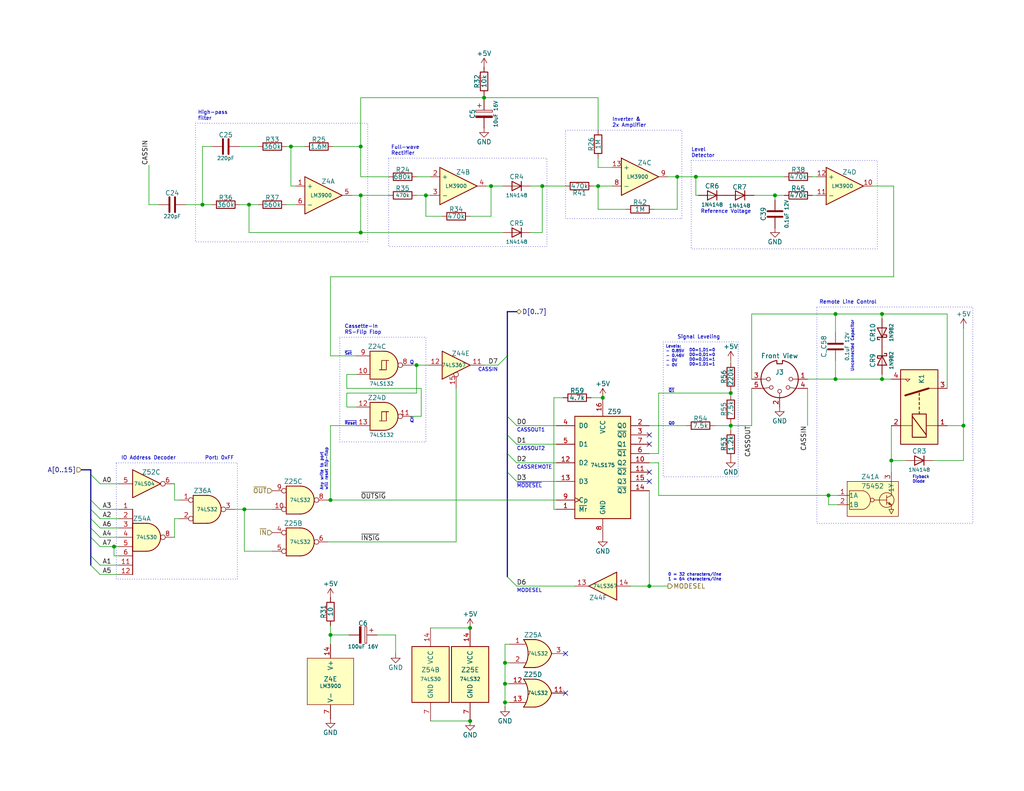
<source format=kicad_sch>
(kicad_sch (version 20231120) (generator "eeschema") (generator_version "8.0")
  (paper "USLetter")
  (title_block (title "TRS-80 Model I Rev D") (date "2024-11-20") (rev "E1A-D") (company "RetroStack - Marcel Erz") (comment 2 "Cassette motor control, input & output circuits, IO decoding, and video mode selection") (comment 4 "Cassette Interface with Video Mode Select"))
  (lib_symbols
    (symbol "74xx:74LS04"
      (property "Reference" "U" (at 0 1.27 0))
      (property "Value" "74LS04" (at 0 -1.27 0))
      (symbol "74LS04_1_0"
        (pin input line (at -7.62 0 0) (length 3.81) (name "~") (number "1"))
        (pin output inverted (at 7.62 0 180) (length 3.81) (name "~") (number "2"))
      )
      (symbol "74LS04_2_0"
        (pin input line (at -7.62 0 0) (length 3.81) (name "~") (number "3"))
        (pin output inverted (at 7.62 0 180) (length 3.81) (name "~") (number "4"))
      )
      (symbol "74LS04_3_0"
        (pin input line (at -7.62 0 0) (length 3.81) (name "~") (number "5"))
        (pin output inverted (at 7.62 0 180) (length 3.81) (name "~") (number "6"))
      )
      (symbol "74LS04_4_0"
        (pin output inverted (at 7.62 0 180) (length 3.81) (name "~") (number "8"))
        (pin input line (at -7.62 0 0) (length 3.81) (name "~") (number "9"))
      )
      (symbol "74LS04_5_0"
        (pin output inverted (at 7.62 0 180) (length 3.81) (name "~") (number "10"))
        (pin input line (at -7.62 0 0) (length 3.81) (name "~") (number "11"))
      )
      (symbol "74LS04_6_0"
        (pin output inverted (at 7.62 0 180) (length 3.81) (name "~") (number "12"))
        (pin input line (at -7.62 0 0) (length 3.81) (name "~") (number "13"))
      )
      (symbol "74LS04_7_0"
        (pin power_in line (at 0 12.7 270) (length 5.08) (name "VCC") (number "14"))
        (pin power_in line (at 0 -12.7 90) (length 5.08) (name "GND") (number "7"))
      )
    )
    (symbol "74xx:74LS132" (pin_names (offset 1.016))
      (property "Reference" "U" (at 0 1.27 0))
      (property "Value" "74LS132" (at 0 -1.27 0))
      (symbol "74LS132_1_1"
        (pin input line (at -7.62 2.54 0) (length 3.81) (name "~") (number "1"))
        (pin input line (at -7.62 -2.54 0) (length 3.81) (name "~") (number "2"))
        (pin output inverted (at 7.62 0 180) (length 3.81) (name "~") (number "3"))
      )
      (symbol "74LS132_1_2"
        (pin input inverted (at -7.62 2.54 0) (length 4.318) (name "~") (number "1"))
        (pin input inverted (at -7.62 -2.54 0) (length 4.318) (name "~") (number "2"))
        (pin output line (at 7.62 0 180) (length 3.81) (name "~") (number "3"))
      )
      (symbol "74LS132_2_1"
        (pin input line (at -7.62 2.54 0) (length 3.81) (name "~") (number "4"))
        (pin input line (at -7.62 -2.54 0) (length 3.81) (name "~") (number "5"))
        (pin output inverted (at 7.62 0 180) (length 3.81) (name "~") (number "6"))
      )
      (symbol "74LS132_2_2"
        (pin input inverted (at -7.62 2.54 0) (length 4.318) (name "~") (number "4"))
        (pin input inverted (at -7.62 -2.54 0) (length 4.318) (name "~") (number "5"))
        (pin output line (at 7.62 0 180) (length 3.81) (name "~") (number "6"))
      )
      (symbol "74LS132_3_1"
        (pin input line (at -7.62 -2.54 0) (length 3.81) (name "~") (number "10"))
        (pin output inverted (at 7.62 0 180) (length 3.81) (name "~") (number "8"))
        (pin input line (at -7.62 2.54 0) (length 3.81) (name "~") (number "9"))
      )
      (symbol "74LS132_3_2"
        (pin input inverted (at -7.62 -2.54 0) (length 4.318) (name "~") (number "10"))
        (pin output line (at 7.62 0 180) (length 3.81) (name "~") (number "8"))
        (pin input inverted (at -7.62 2.54 0) (length 4.318) (name "~") (number "9"))
      )
      (symbol "74LS132_4_1"
        (pin output inverted (at 7.62 0 180) (length 3.81) (name "~") (number "11"))
        (pin input line (at -7.62 2.54 0) (length 3.81) (name "~") (number "12"))
        (pin input line (at -7.62 -2.54 0) (length 3.81) (name "~") (number "13"))
      )
      (symbol "74LS132_4_2"
        (pin output line (at 7.62 0 180) (length 3.81) (name "~") (number "11"))
        (pin input inverted (at -7.62 2.54 0) (length 4.318) (name "~") (number "12"))
        (pin input inverted (at -7.62 -2.54 0) (length 4.318) (name "~") (number "13"))
      )
      (symbol "74LS132_5_0"
        (pin power_in line (at 0 12.7 270) (length 5.08) (name "VCC") (number "14"))
        (pin power_in line (at 0 -12.7 90) (length 5.08) (name "GND") (number "7"))
      )
    )
    (symbol "74xx:74LS175" (pin_names (offset 1.016))
      (property "Reference" "U" (at -7.62 13.97 0))
      (property "Value" "74LS175" (at -7.62 -16.51 0))
      (symbol "74LS175_1_0"
        (pin input line (at -12.7 -12.7 0) (length 5.08) (name "~{Mr}") (number "1"))
        (pin output line (at 12.7 0 180) (length 5.08) (name "Q2") (number "10"))
        (pin output line (at 12.7 -2.54 180) (length 5.08) (name "~{Q2}") (number "11"))
        (pin input line (at -12.7 0 0) (length 5.08) (name "D2") (number "12"))
        (pin input line (at -12.7 -5.08 0) (length 5.08) (name "D3") (number "13"))
        (pin output line (at 12.7 -7.62 180) (length 5.08) (name "~{Q3}") (number "14"))
        (pin output line (at 12.7 -5.08 180) (length 5.08) (name "Q3") (number "15"))
        (pin power_in line (at 0 17.78 270) (length 5.08) (name "VCC") (number "16"))
        (pin output line (at 12.7 10.16 180) (length 5.08) (name "Q0") (number "2"))
        (pin output line (at 12.7 7.62 180) (length 5.08) (name "~{Q0}") (number "3"))
        (pin input line (at -12.7 10.16 0) (length 5.08) (name "D0") (number "4"))
        (pin input line (at -12.7 5.08 0) (length 5.08) (name "D1") (number "5"))
        (pin output line (at 12.7 2.54 180) (length 5.08) (name "~{Q1}") (number "6"))
        (pin output line (at 12.7 5.08 180) (length 5.08) (name "Q1") (number "7"))
        (pin power_in line (at 0 -20.32 90) (length 5.08) (name "GND") (number "8"))
        (pin input clock (at -12.7 -10.16 0) (length 5.08) (name "Cp") (number "9"))
      )
    )
    (symbol "74xx:74LS30" (pin_names (offset 1.016))
      (property "Reference" "U" (at 0 1.27 0))
      (property "Value" "74LS30" (at 0 -1.27 0))
      (symbol "74LS30_1_1"
        (pin input line (at -7.62 7.62 0) (length 3.81) (name "~") (number "1"))
        (pin input line (at -7.62 -7.62 0) (length 3.81) (name "~") (number "11"))
        (pin input line (at -7.62 -10.16 0) (length 3.81) (name "~") (number "12"))
        (pin input line (at -7.62 5.08 0) (length 3.81) (name "~") (number "2"))
        (pin input line (at -7.62 2.54 0) (length 3.81) (name "~") (number "3"))
        (pin input line (at -7.62 0 0) (length 3.81) (name "~") (number "4"))
        (pin input line (at -7.62 -2.54 0) (length 3.81) (name "~") (number "5"))
        (pin input line (at -7.62 -5.08 0) (length 3.81) (name "~") (number "6"))
        (pin output inverted (at 7.62 0 180) (length 3.81) (name "~") (number "8"))
      )
      (symbol "74LS30_1_2"
        (pin input inverted (at -7.62 7.62 0) (length 3.81) (name "~") (number "1"))
        (pin input inverted (at -7.62 -7.62 0) (length 3.81) (name "~") (number "11"))
        (pin input inverted (at -7.62 -10.16 0) (length 3.81) (name "~") (number "12"))
        (pin input inverted (at -7.62 5.08 0) (length 3.81) (name "~") (number "2"))
        (pin input inverted (at -7.62 2.54 0) (length 4.5466) (name "~") (number "3"))
        (pin input inverted (at -7.62 0 0) (length 5.08) (name "~") (number "4"))
        (pin input inverted (at -7.62 -2.54 0) (length 4.5466) (name "~") (number "5"))
        (pin input inverted (at -7.62 -5.08 0) (length 3.81) (name "~") (number "6"))
        (pin output line (at 7.62 0 180) (length 3.81) (name "~") (number "8"))
      )
      (symbol "74LS30_2_0"
        (pin power_in line (at 0 12.7 270) (length 5.08) (name "VCC") (number "14"))
        (pin power_in line (at 0 -12.7 90) (length 5.08) (name "GND") (number "7"))
      )
    )
    (symbol "74xx:74LS32" (pin_names (offset 1.016))
      (property "Reference" "U" (at 0 1.27 0))
      (property "Value" "74LS32" (at 0 -1.27 0))
      (symbol "74LS32_1_1"
        (pin input line (at -7.62 2.54 0) (length 4.318) (name "~") (number "1"))
        (pin input line (at -7.62 -2.54 0) (length 4.318) (name "~") (number "2"))
        (pin output line (at 7.62 0 180) (length 3.81) (name "~") (number "3"))
      )
      (symbol "74LS32_1_2"
        (pin input inverted (at -7.62 2.54 0) (length 3.81) (name "~") (number "1"))
        (pin input inverted (at -7.62 -2.54 0) (length 3.81) (name "~") (number "2"))
        (pin output inverted (at 7.62 0 180) (length 3.81) (name "~") (number "3"))
      )
      (symbol "74LS32_2_1"
        (pin input line (at -7.62 2.54 0) (length 4.318) (name "~") (number "4"))
        (pin input line (at -7.62 -2.54 0) (length 4.318) (name "~") (number "5"))
        (pin output line (at 7.62 0 180) (length 3.81) (name "~") (number "6"))
      )
      (symbol "74LS32_2_2"
        (pin input inverted (at -7.62 2.54 0) (length 3.81) (name "~") (number "4"))
        (pin input inverted (at -7.62 -2.54 0) (length 3.81) (name "~") (number "5"))
        (pin output inverted (at 7.62 0 180) (length 3.81) (name "~") (number "6"))
      )
      (symbol "74LS32_3_1"
        (pin input line (at -7.62 -2.54 0) (length 4.318) (name "~") (number "10"))
        (pin output line (at 7.62 0 180) (length 3.81) (name "~") (number "8"))
        (pin input line (at -7.62 2.54 0) (length 4.318) (name "~") (number "9"))
      )
      (symbol "74LS32_3_2"
        (pin input inverted (at -7.62 -2.54 0) (length 3.81) (name "~") (number "10"))
        (pin output inverted (at 7.62 0 180) (length 3.81) (name "~") (number "8"))
        (pin input inverted (at -7.62 2.54 0) (length 3.81) (name "~") (number "9"))
      )
      (symbol "74LS32_4_1"
        (pin output line (at 7.62 0 180) (length 3.81) (name "~") (number "11"))
        (pin input line (at -7.62 2.54 0) (length 4.318) (name "~") (number "12"))
        (pin input line (at -7.62 -2.54 0) (length 4.318) (name "~") (number "13"))
      )
      (symbol "74LS32_4_2"
        (pin output inverted (at 7.62 0 180) (length 3.81) (name "~") (number "11"))
        (pin input inverted (at -7.62 2.54 0) (length 3.81) (name "~") (number "12"))
        (pin input inverted (at -7.62 -2.54 0) (length 3.81) (name "~") (number "13"))
      )
      (symbol "74LS32_5_0"
        (pin power_in line (at 0 12.7 270) (length 5.08) (name "VCC") (number "14"))
        (pin power_in line (at 0 -12.7 90) (length 5.08) (name "GND") (number "7"))
      )
    )
    (symbol "Connector:DIN-5_180degree" (pin_names (offset 1.016))
      (property "Reference" "J" (at 3.175 5.715 0))
      (property "Value" "DIN-5_180degree" (at 0 -6.35 0))
      (symbol "DIN-5_180degree_1_1"
        (pin passive line (at -7.62 0 0) (length 2.54) (name "~") (number "1"))
        (pin passive line (at 0 7.62 270) (length 2.54) (name "~") (number "2"))
        (pin passive line (at 7.62 0 180) (length 2.54) (name "~") (number "3"))
        (pin passive line (at -7.62 2.54 0) (length 2.54) (name "~") (number "4"))
        (pin passive line (at 7.62 2.54 180) (length 2.54) (name "~") (number "5"))
      )
    )
    (symbol "Device:C" (pin_numbers hide) (pin_names (offset 0.254))
      (property "Reference" "C" (at 0.635 2.54 0))
      (property "Value" "C" (at 0.635 -2.54 0))
      (symbol "C_1_1"
        (pin passive line (at 0 3.81 270) (length 2.794) (name "~") (number "1"))
        (pin passive line (at 0 -3.81 90) (length 2.794) (name "~") (number "2"))
      )
    )
    (symbol "Device:C_Polarized" (pin_numbers hide) (pin_names (offset 0.254))
      (property "Reference" "C" (at 0.635 2.54 0))
      (property "Value" "C_Polarized" (at 0.635 -2.54 0))
      (symbol "C_Polarized_1_1"
        (pin passive line (at 0 3.81 270) (length 2.794) (name "~") (number "1"))
        (pin passive line (at 0 -3.81 90) (length 2.794) (name "~") (number "2"))
      )
    )
    (symbol "Device:D" (pin_numbers hide) (pin_names (offset 1.016) hide)
      (property "Reference" "D" (at 0 2.54 0))
      (property "Value" "D" (at 0 -2.54 0))
      (symbol "D_1_1"
        (pin passive line (at -3.81 0 0) (length 2.54) (name "K") (number "1"))
        (pin passive line (at 3.81 0 180) (length 2.54) (name "A") (number "2"))
      )
    )
    (symbol "Device:D_Schottky" (pin_numbers hide) (pin_names (offset 1.016) hide)
      (property "Reference" "D" (at 0 2.54 0))
      (property "Value" "D_Schottky" (at 0 -2.54 0))
      (symbol "D_Schottky_1_1"
        (pin passive line (at -3.81 0 0) (length 2.54) (name "K") (number "1"))
        (pin passive line (at 3.81 0 180) (length 2.54) (name "A") (number "2"))
      )
    )
    (symbol "Device:R" (pin_numbers hide) (pin_names (offset 0))
      (property "Reference" "R" (at 2.032 0 90))
      (property "Value" "R" (at 0 0 90))
      (symbol "R_1_1"
        (pin passive line (at 0 3.81 270) (length 1.27) (name "~") (number "1"))
        (pin passive line (at 0 -3.81 90) (length 1.27) (name "~") (number "2"))
      )
    )
    (symbol "RetroStackLibrary:74LS367_Split" (pin_names (offset 1.016))
      (property "Reference" "U" (at 0 1.27 0))
      (property "Value" "74LS367" (at 0 -1.27 0))
      (symbol "74LS367_Split_1_0"
        (pin input inverted (at 0 6.35 270) (length 4.445) (name "~") (number "1"))
        (pin input line (at -7.62 0 0) (length 3.81) (name "~") (number "2"))
        (pin tri_state line (at 7.62 0 180) (length 3.81) (name "~") (number "3"))
      )
      (symbol "74LS367_Split_2_0"
        (pin input line (at -7.62 0 0) (length 3.81) (name "~") (number "4"))
        (pin tri_state line (at 7.62 0 180) (length 3.81) (name "~") (number "5"))
      )
      (symbol "74LS367_Split_3_0"
        (pin input line (at -7.62 0 0) (length 3.81) (name "~") (number "6"))
        (pin tri_state line (at 7.62 0 180) (length 3.81) (name "~") (number "7"))
      )
      (symbol "74LS367_Split_4_0"
        (pin input line (at -7.62 0 0) (length 3.81) (name "~") (number "10"))
        (pin tri_state line (at 7.62 0 180) (length 3.81) (name "~") (number "9"))
      )
      (symbol "74LS367_Split_5_0"
        (pin tri_state line (at 8.255 -6.35 180) (length 3.81) (name "~") (number "11"))
        (pin input line (at -6.985 -6.35 0) (length 3.81) (name "~") (number "12"))
        (pin input inverted (at 0.635 0 270) (length 4.445) (name "~") (number "15"))
      )
      (symbol "74LS367_Split_6_0"
        (pin tri_state line (at 7.62 0 180) (length 3.81) (name "~") (number "13"))
        (pin input line (at -7.62 0 0) (length 3.81) (name "~") (number "14"))
      )
      (symbol "74LS367_Split_7_0"
        (pin power_in line (at 0 1.905 270) (length 5.08) (name "VCC") (number "16"))
        (pin power_in line (at 0 -23.495 90) (length 5.08) (name "GND") (number "8"))
      )
    )
    (symbol "RetroStackLibrary:75452"
      (property "Reference" "U" (at 0 0 0))
      (property "Value" "75452" (at 0 -2.54 0))
      (symbol "75452_1_1"
        (pin input line (at -9.525 -5.08 0) (length 2.54) (name "1A") (number "1"))
        (pin input line (at -9.525 -7.62 0) (length 2.54) (name "1B") (number "2"))
        (pin passive line (at 5.08 1.27 270) (length 2.54) (name "1Y") (number "3"))
      )
      (symbol "75452_2_1"
        (pin passive line (at 5.08 1.27 270) (length 2.54) (name "2Y") (number "5"))
        (pin input line (at -9.525 -5.08 0) (length 2.54) (name "2A") (number "6"))
        (pin input line (at -9.525 -7.62 0) (length 2.54) (name "2B") (number "7"))
      )
      (symbol "75452_3_1"
        (pin passive line (at -1.905 -19.05 90) (length 2.54) (name "GND") (number "4"))
        (pin passive line (at -1.905 1.27 270) (length 2.54) (name "VCC") (number "8"))
      )
    )
    (symbol "RetroStackLibrary:LM3900"
      (property "Reference" "U" (at 0 5.08 0))
      (property "Value" "LM3900" (at 0 -3.175 0))
      (symbol "LM3900_1_1"
        (pin input line (at -7.62 2.54 0) (length 2.54) (name "+") (number "1"))
        (pin output line (at 7.62 0 180) (length 2.54) (name "~") (number "5"))
        (pin input line (at -7.62 -2.54 0) (length 2.54) (name "-") (number "6"))
      )
      (symbol "LM3900_2_1"
        (pin input line (at -7.62 2.54 0) (length 2.54) (name "+") (number "2"))
        (pin input line (at -7.62 -2.54 0) (length 2.54) (name "-") (number "3"))
        (pin output line (at 7.62 0 180) (length 2.54) (name "~") (number "4"))
      )
      (symbol "LM3900_3_1"
        (pin input line (at -7.62 2.54 0) (length 2.54) (name "+") (number "13"))
        (pin input line (at -7.62 -2.54 0) (length 2.54) (name "-") (number "8"))
        (pin output line (at 7.62 0 180) (length 2.54) (name "~") (number "9"))
      )
      (symbol "LM3900_4_1"
        (pin output line (at 7.62 0 180) (length 2.54) (name "~") (number "10"))
        (pin input line (at -7.62 -2.54 0) (length 2.54) (name "-") (number "11"))
        (pin input line (at -7.62 2.54 0) (length 2.54) (name "+") (number "12"))
      )
      (symbol "LM3900_5_1"
        (pin passive line (at 0 7.62 270) (length 3.81) (name "V+") (number "14"))
        (pin passive line (at 0 -12.7 90) (length 3.81) (name "V-") (number "7"))
      )
    )
    (symbol "RetroStackLibrary:TRS80_Model_I_Relay_NO"
      (property "Reference" "K" (at 11.43 3.81 0))
      (property "Value" "Relay_SPST-NO" (at 11.43 1.27 0))
      (symbol "TRS80_Model_I_Relay_NO_1_1"
        (pin passive line (at -5.08 -7.62 90) (length 2.54) (name "~") (number "1"))
        (pin passive line (at -5.08 7.62 270) (length 2.54) (name "~") (number "2"))
        (pin passive line (at 5.08 -7.62 90) (length 2.54) (name "~") (number "3"))
        (pin passive line (at 7.62 7.62 270) (length 2.54) (name "~") (number "4"))
      )
    )
    (symbol "power:+5V" (power) (pin_numbers hide) (pin_names (offset 0) hide)
      (property "Value" "+5V" (at 0 3.556 0))
      (symbol "+5V_1_1"
        (pin power_in line (at 0 0 90) (length 0) (name "~") (number "1"))
      )
    )
    (symbol "power:GND" (power) (pin_numbers hide) (pin_names (offset 0) hide)
      (property "Value" "GND" (at 0 -3.81 0))
      (symbol "GND_1_1"
        (pin power_in line (at 0 0 270) (length 0) (name "~") (number "1"))
      )
    )
  )
  (junction (at 163.195 50.8))
  (junction (at 164.465 108.585))
  (junction (at 116.205 53.34))
  (junction (at 90.17 136.525))
  (junction (at 177.165 160.02))
  (junction (at 227.965 103.505))
  (junction (at 113.665 99.695))
  (junction (at 90.17 173.355))
  (junction (at 240.665 103.505))
  (junction (at 199.39 116.205))
  (junction (at 211.455 53.34))
  (junction (at 79.375 40.005))
  (junction (at 98.425 63.5))
  (junction (at 199.39 107.315))
  (junction (at 227.965 85.725))
  (junction (at 147.955 50.8))
  (junction (at 226.06 135.255))
  (junction (at 98.425 53.34))
  (junction (at 67.945 55.88))
  (junction (at 137.795 186.69))
  (junction (at 98.425 40.005))
  (junction (at 31.115 149.225))
  (junction (at 132.08 26.67))
  (junction (at 128.27 171.45))
  (junction (at 262.89 116.205))
  (junction (at 184.785 48.26))
  (junction (at 137.795 180.975))
  (junction (at 66.675 139.065))
  (junction (at 133.985 50.8))
  (junction (at 55.245 55.88))
  (junction (at 128.27 196.85))
  (junction (at 137.795 191.77))
  (junction (at 240.665 85.725))
  (junction (at 189.865 48.26))
  (junction (at 243.205 125.73))
  (no_connect (at 177.165 128.905))
  (no_connect (at 177.165 121.285))
  (no_connect (at 177.165 118.745))
  (no_connect (at 154.305 189.23))
  (no_connect (at 154.305 178.435))
  (no_connect (at 177.165 131.445))
  (bus_entry (at 24.765 139.065) (size 2.54 2.54))
  (bus_entry (at 140.97 131.445) (size -2.54 -2.54))
  (bus_entry (at 140.97 121.285) (size -2.54 -2.54))
  (bus_entry (at 140.97 160.02) (size -2.54 -2.54))
  (bus_entry (at 24.765 146.685) (size 2.54 2.54))
  (bus_entry (at 24.765 141.605) (size 2.54 2.54))
  (bus_entry (at 140.97 126.365) (size -2.54 -2.54))
  (bus_entry (at 135.89 99.695) (size 2.54 -2.54))
  (bus_entry (at 24.765 154.305) (size 2.54 2.54))
  (bus_entry (at 24.765 144.145) (size 2.54 2.54))
  (bus_entry (at 24.765 129.54) (size 2.54 2.54))
  (bus_entry (at 24.765 136.525) (size 2.54 2.54))
  (bus_entry (at 140.97 116.205) (size -2.54 -2.54))
  (bus_entry (at 24.765 151.765) (size 2.54 2.54))
  (wire (pts (xy 220.345 103.505) (xy 227.965 103.505)))
  (wire (pts (xy 74.295 150.495) (xy 66.675 150.495)))
  (bus (pts (xy 138.43 113.665) (xy 138.43 118.745)))
  (wire (pts (xy 27.305 132.08) (xy 32.385 132.08)))
  (bus (pts (xy 24.765 141.605) (xy 24.765 139.065)))
  (wire (pts (xy 187.325 116.205) (xy 177.165 116.205)))
  (wire (pts (xy 78.105 55.88) (xy 80.645 55.88)))
  (wire (pts (xy 184.785 57.15) (xy 184.785 48.26)))
  (wire (pts (xy 79.375 50.8) (xy 80.645 50.8)))
  (wire (pts (xy 240.665 103.505) (xy 243.205 103.505)))
  (wire (pts (xy 27.305 146.685) (xy 32.385 146.685)))
  (wire (pts (xy 226.06 137.795) (xy 226.06 135.255)))
  (wire (pts (xy 133.985 50.8) (xy 132.715 50.8)))
  (wire (pts (xy 94.615 102.235) (xy 94.615 106.045)))
  (wire (pts (xy 189.865 48.26) (xy 213.995 48.26)))
  (wire (pts (xy 47.625 136.525) (xy 47.625 132.08)))
  (wire (pts (xy 31.115 151.765) (xy 31.115 149.225)))
  (wire (pts (xy 113.665 48.26) (xy 117.475 48.26)))
  (wire (pts (xy 137.795 180.975) (xy 137.795 186.69)))
  (bus (pts (xy 138.43 85.09) (xy 140.97 85.09)))
  (wire (pts (xy 227.965 103.505) (xy 240.665 103.505)))
  (bus (pts (xy 138.43 97.155) (xy 138.43 113.665)))
  (wire (pts (xy 32.385 151.765) (xy 31.115 151.765)))
  (wire (pts (xy 254.635 125.73) (xy 262.89 125.73)))
  (bus (pts (xy 138.43 128.905) (xy 138.43 157.48)))
  (bus (pts (xy 138.43 118.745) (xy 138.43 123.825)))
  (wire (pts (xy 205.105 106.045) (xy 205.105 116.205)))
  (wire (pts (xy 97.155 97.155) (xy 90.17 97.155)))
  (wire (pts (xy 90.17 116.205) (xy 90.17 136.525)))
  (wire (pts (xy 65.405 40.005) (xy 70.485 40.005)))
  (wire (pts (xy 116.205 53.34) (xy 113.665 53.34)))
  (wire (pts (xy 48.895 141.605) (xy 47.625 141.605)))
  (wire (pts (xy 116.205 59.055) (xy 116.205 53.34)))
  (wire (pts (xy 199.39 98.425) (xy 199.39 99.06)))
  (wire (pts (xy 55.245 55.88) (xy 55.245 40.005)))
  (wire (pts (xy 89.535 136.525) (xy 90.17 136.525)))
  (wire (pts (xy 98.425 63.5) (xy 137.16 63.5)))
  (wire (pts (xy 177.165 160.02) (xy 182.245 160.02)))
  (wire (pts (xy 258.445 85.725) (xy 258.445 106.045)))
  (wire (pts (xy 83.185 40.005) (xy 79.375 40.005)))
  (wire (pts (xy 227.965 98.425) (xy 227.965 103.505)))
  (wire (pts (xy 95.25 173.355) (xy 90.17 173.355)))
  (wire (pts (xy 98.425 26.67) (xy 98.425 40.005)))
  (wire (pts (xy 114.935 113.665) (xy 112.395 113.665)))
  (bus (pts (xy 22.225 128.27) (xy 24.765 128.27)))
  (wire (pts (xy 57.785 55.88) (xy 55.245 55.88)))
  (wire (pts (xy 194.945 116.205) (xy 199.39 116.205)))
  (wire (pts (xy 97.155 116.205) (xy 90.17 116.205)))
  (wire (pts (xy 102.87 173.355) (xy 107.95 173.355)))
  (wire (pts (xy 79.375 40.005) (xy 79.375 50.8)))
  (wire (pts (xy 137.795 186.69) (xy 139.065 186.69)))
  (wire (pts (xy 153.67 108.585) (xy 151.13 108.585)))
  (wire (pts (xy 228.6 137.795) (xy 226.06 137.795)))
  (wire (pts (xy 90.17 75.565) (xy 243.84 75.565)))
  (wire (pts (xy 132.08 26.035) (xy 132.08 26.67)))
  (wire (pts (xy 132.08 26.67) (xy 98.425 26.67)))
  (wire (pts (xy 179.705 123.825) (xy 177.165 123.825)))
  (wire (pts (xy 184.785 48.26) (xy 189.865 48.26)))
  (wire (pts (xy 90.17 136.525) (xy 151.765 136.525)))
  (wire (pts (xy 137.16 50.8) (xy 133.985 50.8)))
  (wire (pts (xy 139.065 175.895) (xy 137.795 175.895)))
  (wire (pts (xy 43.18 55.88) (xy 40.64 55.88)))
  (wire (pts (xy 114.935 106.045) (xy 114.935 113.665)))
  (wire (pts (xy 98.425 53.34) (xy 95.885 53.34)))
  (wire (pts (xy 89.535 147.955) (xy 124.46 147.955)))
  (wire (pts (xy 137.795 186.69) (xy 137.795 191.77)))
  (wire (pts (xy 132.08 99.695) (xy 135.89 99.695)))
  (wire (pts (xy 64.135 139.065) (xy 66.675 139.065)))
  (bus (pts (xy 138.43 85.09) (xy 138.43 97.155)))
  (bus (pts (xy 24.765 154.305) (xy 24.765 151.765)))
  (wire (pts (xy 66.675 150.495) (xy 66.675 139.065)))
  (wire (pts (xy 128.27 59.055) (xy 133.985 59.055)))
  (wire (pts (xy 66.675 139.065) (xy 74.295 139.065)))
  (wire (pts (xy 27.305 156.845) (xy 32.385 156.845)))
  (wire (pts (xy 243.84 50.8) (xy 238.125 50.8)))
  (wire (pts (xy 172.085 160.02) (xy 177.165 160.02)))
  (wire (pts (xy 132.08 26.67) (xy 163.195 26.67)))
  (wire (pts (xy 163.195 43.18) (xy 163.195 45.72)))
  (bus (pts (xy 24.765 139.065) (xy 24.765 136.525)))
  (wire (pts (xy 179.705 135.255) (xy 226.06 135.255)))
  (wire (pts (xy 65.405 55.88) (xy 67.945 55.88)))
  (wire (pts (xy 240.665 85.725) (xy 258.445 85.725)))
  (wire (pts (xy 117.475 196.85) (xy 128.27 196.85)))
  (wire (pts (xy 205.105 103.505) (xy 205.105 85.725)))
  (wire (pts (xy 177.165 160.02) (xy 177.165 133.985)))
  (wire (pts (xy 178.435 57.15) (xy 184.785 57.15)))
  (wire (pts (xy 179.705 126.365) (xy 179.705 135.255)))
  (wire (pts (xy 258.445 116.205) (xy 262.89 116.205)))
  (bus (pts (xy 24.765 136.525) (xy 24.765 129.54)))
  (wire (pts (xy 240.665 86.995) (xy 240.665 85.725)))
  (bus (pts (xy 138.43 123.825) (xy 138.43 128.905)))
  (wire (pts (xy 112.395 99.695) (xy 113.665 99.695)))
  (wire (pts (xy 179.705 107.315) (xy 199.39 107.315)))
  (wire (pts (xy 243.205 116.205) (xy 243.205 125.73)))
  (wire (pts (xy 163.195 45.72) (xy 167.005 45.72)))
  (bus (pts (xy 24.765 146.685) (xy 24.765 144.145)))
  (wire (pts (xy 151.13 139.065) (xy 151.765 139.065)))
  (wire (pts (xy 113.665 99.695) (xy 116.84 99.695)))
  (wire (pts (xy 199.39 117.475) (xy 199.39 116.205)))
  (wire (pts (xy 199.39 115.57) (xy 199.39 116.205)))
  (wire (pts (xy 151.13 108.585) (xy 151.13 139.065)))
  (wire (pts (xy 179.705 107.315) (xy 179.705 123.825)))
  (wire (pts (xy 90.17 97.155) (xy 90.17 75.565)))
  (wire (pts (xy 221.615 48.26) (xy 222.885 48.26)))
  (wire (pts (xy 140.97 160.02) (xy 156.845 160.02)))
  (wire (pts (xy 90.17 173.355) (xy 90.17 175.895)))
  (wire (pts (xy 117.475 171.45) (xy 128.27 171.45)))
  (wire (pts (xy 137.795 191.77) (xy 137.795 193.04)))
  (wire (pts (xy 55.245 40.005) (xy 57.785 40.005)))
  (wire (pts (xy 221.615 53.34) (xy 222.885 53.34)))
  (wire (pts (xy 94.615 107.315) (xy 94.615 111.125)))
  (wire (pts (xy 227.965 85.725) (xy 240.665 85.725)))
  (wire (pts (xy 98.425 63.5) (xy 67.945 63.5)))
  (wire (pts (xy 78.105 40.005) (xy 79.375 40.005)))
  (wire (pts (xy 177.165 126.365) (xy 179.705 126.365)))
  (wire (pts (xy 199.39 106.68) (xy 199.39 107.315)))
  (wire (pts (xy 140.97 126.365) (xy 151.765 126.365)))
  (wire (pts (xy 140.97 131.445) (xy 151.765 131.445)))
  (wire (pts (xy 220.345 106.045) (xy 220.345 116.205)))
  (wire (pts (xy 31.115 149.225) (xy 32.385 149.225)))
  (wire (pts (xy 163.195 50.8) (xy 163.195 57.15)))
  (wire (pts (xy 147.955 50.8) (xy 154.305 50.8)))
  (wire (pts (xy 161.925 50.8) (xy 163.195 50.8)))
  (wire (pts (xy 137.795 175.895) (xy 137.795 180.975)))
  (wire (pts (xy 67.945 63.5) (xy 67.945 55.88)))
  (wire (pts (xy 106.045 48.26) (xy 98.425 48.26)))
  (wire (pts (xy 90.805 40.005) (xy 98.425 40.005)))
  (wire (pts (xy 182.245 48.26) (xy 184.785 48.26)))
  (bus (pts (xy 24.765 151.765) (xy 24.765 146.685)))
  (bus (pts (xy 24.765 129.54) (xy 24.765 128.27)))
  (wire (pts (xy 240.665 102.235) (xy 240.665 103.505)))
  (wire (pts (xy 262.89 116.205) (xy 262.89 89.535)))
  (wire (pts (xy 113.665 99.695) (xy 113.665 107.315)))
  (wire (pts (xy 55.245 55.88) (xy 50.8 55.88)))
  (wire (pts (xy 98.425 63.5) (xy 98.425 53.34)))
  (wire (pts (xy 90.17 170.815) (xy 90.17 173.355)))
  (wire (pts (xy 163.195 26.67) (xy 163.195 35.56)))
  (wire (pts (xy 211.455 53.34) (xy 211.455 54.61)))
  (wire (pts (xy 147.955 63.5) (xy 147.955 50.8)))
  (wire (pts (xy 226.06 135.255) (xy 228.6 135.255)))
  (wire (pts (xy 199.39 107.315) (xy 199.39 107.95)))
  (wire (pts (xy 205.74 53.34) (xy 211.455 53.34)))
  (wire (pts (xy 132.08 27.305) (xy 132.08 26.67)))
  (wire (pts (xy 48.895 136.525) (xy 47.625 136.525)))
  (wire (pts (xy 140.97 121.285) (xy 151.765 121.285)))
  (wire (pts (xy 67.945 55.88) (xy 70.485 55.88)))
  (wire (pts (xy 124.46 147.955) (xy 124.46 106.045)))
  (wire (pts (xy 161.29 108.585) (xy 164.465 108.585)))
  (wire (pts (xy 199.39 116.205) (xy 205.105 116.205)))
  (wire (pts (xy 227.965 85.725) (xy 227.965 90.805)))
  (wire (pts (xy 27.305 141.605) (xy 32.385 141.605)))
  (wire (pts (xy 94.615 111.125) (xy 97.155 111.125)))
  (wire (pts (xy 106.045 53.34) (xy 98.425 53.34)))
  (wire (pts (xy 27.305 139.065) (xy 32.385 139.065)))
  (wire (pts (xy 94.615 106.045) (xy 114.935 106.045)))
  (wire (pts (xy 27.305 144.145) (xy 32.385 144.145)))
  (wire (pts (xy 189.865 53.34) (xy 189.865 48.26)))
  (wire (pts (xy 243.205 125.73) (xy 247.015 125.73)))
  (wire (pts (xy 243.84 75.565) (xy 243.84 50.8)))
  (wire (pts (xy 140.97 116.205) (xy 151.765 116.205)))
  (wire (pts (xy 205.105 85.725) (xy 227.965 85.725)))
  (wire (pts (xy 47.625 141.605) (xy 47.625 146.685)))
  (wire (pts (xy 113.665 107.315) (xy 94.615 107.315)))
  (wire (pts (xy 117.475 53.34) (xy 116.205 53.34)))
  (wire (pts (xy 97.155 102.235) (xy 94.615 102.235)))
  (wire (pts (xy 120.65 59.055) (xy 116.205 59.055)))
  (wire (pts (xy 27.305 149.225) (xy 31.115 149.225)))
  (wire (pts (xy 144.78 63.5) (xy 147.955 63.5)))
  (wire (pts (xy 137.795 191.77) (xy 139.065 191.77)))
  (wire (pts (xy 211.455 53.34) (xy 213.995 53.34)))
  (wire (pts (xy 133.985 59.055) (xy 133.985 50.8)))
  (wire (pts (xy 107.95 173.355) (xy 107.95 178.435)))
  (wire (pts (xy 163.195 57.15) (xy 170.815 57.15)))
  (bus (pts (xy 24.765 144.145) (xy 24.765 141.605)))
  (wire (pts (xy 98.425 48.26) (xy 98.425 40.005)))
  (wire (pts (xy 40.64 45.085) (xy 40.64 55.88)))
  (wire (pts (xy 163.195 50.8) (xy 167.005 50.8)))
  (wire (pts (xy 137.795 180.975) (xy 139.065 180.975)))
  (wire (pts (xy 144.78 50.8) (xy 147.955 50.8)))
  (wire (pts (xy 27.305 154.305) (xy 32.385 154.305)))
  (wire (pts (xy 189.865 53.34) (xy 190.5 53.34)))
  (wire (pts (xy 262.89 125.73) (xy 262.89 116.205)))
  (wire (pts (xy 243.205 128.905) (xy 243.205 125.73)))
  (rectangle (start 92.71 92.075) (end 116.205 120.65) (stroke (width 0) (type dot)))
  (rectangle (start 180.975 93.345) (end 201.422 130.175) (stroke (width 0) (type dot)))
  (rectangle (start 53.34 33.655) (end 100.33 66.04) (stroke (width 0) (type dot)))
  (rectangle (start 106.045 43.18) (end 149.225 67.31) (stroke (width 0) (type dot)))
  (rectangle (start 222.885 83.82) (end 265.43 142.875) (stroke (width 0) (type dot)))
  (rectangle (start 154.305 35.56) (end 186.055 59.69) (stroke (width 0) (type dot)))
  (rectangle (start 31.75 126.365) (end 64.77 158.115) (stroke (width 0) (type dot)))
  (rectangle (start 188.595 43.815) (end 239.395 67.945) (stroke (width 0) (type dot)))
  (text "~{MODESEL}" (at 140.97 133.35 0) (effects (font (size 1 1)) (justify left bottom)))
  (text "0 = 32 characters/line\n1 = 64 characters/line\n" (at 182.245 158.75 0) (effects (font (size 0.8 0.8)) (justify left bottom)))
  (text "Full-wave\nRectifier" (at 106.68 42.545 0) (effects (font (size 1 1)) (justify left bottom)))
  (text "Level\nDetector" (at 188.595 43.18 0) (effects (font (size 1 1)) (justify left bottom)))
  (text "Q0" (at 184.15 116.205 0) (effects (font (size 0.8 0.8)) (justify right bottom)))
  (text "High-pass\nfilter" (at 53.975 33.02 0) (effects (font (size 1 1)) (justify left bottom)))
  (text "Unconnected Capacitor" (at 233.045 101.6 90) (effects (font (size 0.8 0.8)) (justify left bottom)))
  (text "Reference Voltage" (at 191.135 58.42 0) (effects (font (size 1 1)) (justify left bottom)))
  (text "Any write to port\nwill reset flip-flop" (at 89.535 133.985 90) (effects (font (size 0.8 0.8)) (justify left bottom)))
  (text "IO Address Decoder" (at 33.02 125.73 0) (effects (font (size 1 1)) (justify left bottom)))
  (text "CASSREMOTE" (at 140.97 128.27 0) (effects (font (size 1 1)) (justify left bottom)))
  (text "Remote Line Control" (at 223.52 83.185 0) (effects (font (size 1 1)) (justify left bottom)))
  (text "Port: 0xFF" (at 55.88 125.73 0) (effects (font (size 1 1)) (justify left bottom)))
  (text "~{Q}" (at 111.76 115.57 0) (effects (font (size 1 1)) (justify left bottom)))
  (text "Q" (at 111.76 99.695 0) (effects (font (size 1 1)) (justify left bottom)))
  (text "CASSOUT1" (at 140.97 118.11 0) (effects (font (size 1 1)) (justify left bottom)))
  (text "Flyback\nDiode" (at 248.92 132.08 0) (effects (font (size 0.8 0.8)) (justify left bottom)))
  (text "Signal Leveling" (at 184.785 92.71 0) (effects (font (size 1 1)) (justify left bottom)))
  (text "CASSOUT2" (at 140.97 123.19 0) (effects (font (size 1 1)) (justify left bottom)))
  (text "CASSIN" (at 135.89 101.6 0) (effects (font (size 1 1)) (justify right bottom)))
  (text "MODESEL" (at 140.97 161.925 0) (effects (font (size 1 1)) (justify left bottom)))
  (text "Cassette-In\nRS-Flip Flop" (at 93.98 91.44 0) (effects (font (size 1 1)) (justify left bottom)))
  (text "~{Q1}" (at 184.15 107.315 0) (effects (font (size 0.8 0.8)) (justify right bottom)))
  (text "Levels:\n- 0.85V\n- 0.46V\n- 0V\n- 0V" (at 181.61 100.33 0) (effects (font (size 0.8 0.8)) (justify left bottom)))
  (text "Inverter &\n2x Amplifier" (at 167.005 34.925 0) (effects (font (size 1 1)) (justify left bottom)))
  (text "~{Reset}" (at 93.98 116.205 0) (effects (font (size 0.8 0.8)) (justify left bottom)))
  (text "~{Set}" (at 93.98 97.155 0) (effects (font (size 0.8 0.8)) (justify left bottom)))
  (text "D0=1,D1=0\nD0=0,D1=0\nD0=0,D1=1\nD0=1,D1=1" (at 195.199 100.076 0) (effects (font (size 0.8 0.8)) (justify right bottom)))
  (label "A4" (at 27.94 146.685 0))
  (label "D0" (at 140.97 116.205 0))
  (label "A3" (at 27.94 139.065 0))
  (label "A7" (at 27.94 149.225 0))
  (label "D2" (at 140.97 126.365 0))
  (label "CASSOUT" (at 205.105 116.205 270))
  (label "~{INSIG}" (at 98.425 147.955 0))
  (label "A2" (at 27.94 141.605 0))
  (label "D3" (at 140.97 131.445 0))
  (label "D6" (at 140.97 160.02 0))
  (label "~{OUTSIG}" (at 98.425 136.525 0))
  (label "A6" (at 27.94 144.145 0))
  (label "CASSIN" (at 220.345 116.205 270))
  (label "A5" (at 27.94 156.845 0))
  (label "A1" (at 27.94 154.305 0))
  (label "D7" (at 135.89 99.695 180))
  (label "A0" (at 27.94 132.08 0))
  (label "D1" (at 140.97 121.285 0))
  (label "CASSIN" (at 40.64 45.085 90))
  (hierarchical_label "A[0..15]" (shape input) (at 22.225 128.27 180))
  (hierarchical_label "MODESEL" (shape output) (at 182.245 160.02 0))
  (hierarchical_label "D[0..7]" (shape bidirectional) (at 140.97 85.09 0))
  (hierarchical_label "~{IN}" (shape input) (at 74.295 145.415 180))
  (hierarchical_label "~{OUT}" (shape input) (at 74.295 133.985 180))
  (symbol (lib_id "Device:C_Polarized") (at 99.06 173.355 270) (unit 1)
    (property "Reference" "C6" (at 99.06 170.18 90))
    (property "Value" "100uF 16V" (at 99.06 176.53 90) (effects (font (size 1 1))))
    (property "Footprint" "RetroStackLibrary:TRS80_Model_I_C_Pol_Radial_10D_5P" (effects (hide yes)))
  )
  (symbol (lib_id "Device:R") (at 74.295 40.005 90) (mirror x) (unit 1)
    (property "Reference" "R33" (at 74.295 38.1 90))
    (property "Value" "360k" (at 74.295 40.005 90))
    (property "Footprint" "RetroStackLibrary:TRS80_Model_I_R_0.25W" (effects (hide yes)))
  )
  (symbol (lib_id "74xx:74LS32") (at 128.27 184.15 0) (unit 5)
    (property "Reference" "Z25" (at 128.27 182.88 0))
    (property "Value" "74LS32" (at 128.27 185.42 0) (effects (font (size 1 1))))
    (property "Footprint" "RetroStackLibrary:TRS80_Model_I_DIP14" (effects (hide yes)))
    (property "Datasheet" "http://www.ti.com/lit/gpn/sn74LS32" (effects (hide yes)))
  )
  (symbol (lib_id "Device:R") (at 86.995 40.005 90) (mirror x) (unit 1)
    (property "Reference" "R25" (at 86.995 38.1 90))
    (property "Value" "1.6M" (at 86.995 40.005 90))
    (property "Footprint" "RetroStackLibrary:TRS80_Model_I_R_0.25W" (effects (hide yes)))
  )
  (symbol (lib_id "Device:C") (at 211.455 58.42 180) (unit 1)
    (property "Reference" "C39" (at 208.28 58.42 90))
    (property "Value" "0.1uF 12V" (at 214.63 58.42 90) (effects (font (size 1 1))))
    (property "Footprint" "RetroStackLibrary:TRS80_Model_I_C_Disc_9.5L_4W_6P_Small" (effects (hide yes)))
  )
  (symbol (lib_id "Device:R") (at 199.39 121.285 180) (unit 1)
    (property "Reference" "R53" (at 197.485 123.19 90) (effects (justify right)))
    (property "Value" "1.2k" (at 199.39 123.19 90) (effects (justify right)))
    (property "Footprint" "RetroStackLibrary:TRS80_Model_I_R_0.25W" (effects (hide yes)))
  )
  (symbol (lib_id "Device:R") (at 74.295 55.88 90) (mirror x) (unit 1)
    (property "Reference" "R37" (at 74.295 53.975 90))
    (property "Value" "560k" (at 74.295 55.88 90))
    (property "Footprint" "RetroStackLibrary:TRS80_Model_I_R_0.25W" (effects (hide yes)))
  )
  (symbol (lib_id "74xx:74LS30") (at 117.475 184.15 0) (unit 2)
    (property "Reference" "Z54" (at 117.475 182.88 0))
    (property "Value" "74LS30" (at 117.475 185.42 0) (effects (font (size 1 1))))
    (property "Footprint" "RetroStackLibrary:TRS80_Model_I_DIP14" (effects (hide yes)))
    (property "Datasheet" "http://www.ti.com/lit/gpn/sn74LS30" (effects (hide yes)))
  )
  (symbol (lib_id "Device:R") (at 109.855 53.34 90) (mirror x) (unit 1)
    (property "Reference" "R35" (at 109.855 51.435 90))
    (property "Value" "470k" (at 109.855 53.34 90) (effects (font (size 1 1))))
    (property "Footprint" "RetroStackLibrary:TRS80_Model_I_R_0.25W" (effects (hide yes)))
  )
  (symbol (lib_id "power:+5V") (at 164.465 108.585 0) (unit 1)
    (property "Reference" "#PWR030" (effects (hide yes)))
    (property "Value" "+5V" (at 164.465 104.775 0))
    (property "Description" "Power symbol creates a global label with name \"+5V\"" (effects (hide yes)))
  )
  (symbol (lib_id "Device:R") (at 132.08 22.225 180) (unit 1)
    (property "Reference" "R32" (at 130.175 22.225 90))
    (property "Value" "10k" (at 132.08 22.225 90))
    (property "Footprint" "RetroStackLibrary:TRS80_Model_I_R_0.25W" (effects (hide yes)))
  )
  (symbol (lib_id "power:+5V") (at 90.17 163.195 0) (unit 1)
    (property "Reference" "#PWR079" (effects (hide yes)))
    (property "Value" "+5V" (at 90.17 159.385 0))
    (property "Description" "Power symbol creates a global label with name \"+5V\"" (effects (hide yes)))
  )
  (symbol (lib_id "Device:C") (at 61.595 40.005 90) (mirror x) (unit 1)
    (property "Reference" "C25" (at 61.595 36.83 90))
    (property "Value" "220pF" (at 61.595 43.18 90) (effects (font (size 1 1))))
    (property "Footprint" "RetroStackLibrary:TRS80_Model_I_C_Disc_9.5L_4W_6P_Small" (effects (hide yes)))
  )
  (symbol (lib_id "Device:D") (at 201.93 53.34 180) (unit 1)
    (property "Reference" "CR7" (at 201.8026 51.0778 0))
    (property "Value" "1N4148" (at 201.8026 56.1578 0) (effects (font (size 1 1))))
    (property "Footprint" "RetroStackLibrary:TRS80_Model_I_D" (effects (hide yes)))
    (property "Sim.Device" "D" (effects (hide yes)))
    (property "Sim.Pins" "1=K 2=A" (effects (hide yes)))
  )
  (symbol (lib_id "Device:D_Schottky") (at 240.665 90.805 90) (unit 1)
    (property "Reference" "CR10" (at 238.125 90.805 0))
    (property "Value" "1N982" (at 243.205 90.805 0) (effects (font (size 1 1))))
    (property "Footprint" "RetroStackLibrary:TRS80_Model_I_D" (effects (hide yes)))
  )
  (symbol (lib_id "74xx:74LS32") (at 146.685 178.435 0) (unit 1)
    (property "Reference" "Z25" (at 145.415 173.355 0))
    (property "Value" "74LS32" (at 146.685 178.435 0) (effects (font (size 1 1))))
    (property "Footprint" "RetroStackLibrary:TRS80_Model_I_DIP14" (effects (hide yes)))
    (property "Datasheet" "http://www.ti.com/lit/gpn/sn74LS32" (effects (hide yes)))
  )
  (symbol (lib_id "power:GND") (at 211.455 62.23 0) (unit 1)
    (property "Reference" "#PWR075" (effects (hide yes)))
    (property "Value" "GND" (at 211.455 66.04 0))
    (property "Description" "Power symbol creates a global label with name \"GND\" , ground" (effects (hide yes)))
  )
  (symbol (lib_id "RetroStackLibrary:75452") (at 238.125 130.175 0) (unit 1)
    (property "Reference" "Z41" (at 234.95 130.175 0) (effects (justify left)))
    (property "Value" "75452" (at 234.95 132.715 0) (effects (justify left)))
    (property "Footprint" "RetroStackLibrary:TRS80_Model_I_DIP8" (effects (hide yes)))
    (property "Datasheet" "https://www.ti.com/lit/ds/symlink/sn75452b.pdf" (effects (hide yes)))
  )
  (symbol (lib_id "Device:R") (at 158.115 50.8 90) (mirror x) (unit 1)
    (property "Reference" "R41" (at 158.115 52.705 90))
    (property "Value" "470k" (at 158.115 50.8 90))
    (property "Footprint" "RetroStackLibrary:TRS80_Model_I_R_0.25W" (effects (hide yes)))
  )
  (symbol (lib_id "RetroStackLibrary:74LS367_Split") (at 164.465 160.02 180) (unit 6)
    (property "Reference" "Z44" (at 163.195 163.195 0))
    (property "Value" "74LS367" (at 165.1 160.02 0) (effects (font (size 1 1))))
    (property "Footprint" "RetroStackLibrary:TRS80_Model_I_DIP16" (effects (hide yes)))
    (property "Datasheet" "https://www.ti.com/lit/ds/symlink/sn74ls367a.pdf" (effects (hide yes)))
  )
  (symbol (lib_id "Device:R") (at 163.195 39.37 0) (mirror y) (unit 1)
    (property "Reference" "R26" (at 161.29 39.37 90))
    (property "Value" "1M" (at 163.195 39.37 90))
    (property "Footprint" "RetroStackLibrary:TRS80_Model_I_R_0.25W" (effects (hide yes)))
  )
  (symbol (lib_id "power:GND") (at 212.725 111.125 0) (unit 1)
    (property "Reference" "#PWR073" (effects (hide yes)))
    (property "Value" "GND" (at 212.725 114.935 0))
    (property "Description" "Power symbol creates a global label with name \"GND\" , ground" (effects (hide yes)))
  )
  (symbol (lib_id "RetroStackLibrary:LM3900") (at 230.505 50.8 0) (unit 4)
    (property "Reference" "Z4" (at 231.775 46.99 0))
    (property "Value" "LM3900" (at 229.87 50.8 0) (effects (font (size 1 1))))
    (property "Footprint" "RetroStackLibrary:TRS80_Model_I_DIP14" (effects (hide yes)))
    (property "Datasheet" "https://www.ti.com/lit/ds/symlink/lm3900.pdf" (effects (hide yes)))
  )
  (symbol (lib_id "74xx:74LS04") (at 40.005 132.08 0) (unit 3)
    (property "Reference" "Z52" (at 41.275 128.905 0))
    (property "Value" "74LS04" (at 39.37 132.08 0) (effects (font (size 1 1))))
    (property "Footprint" "RetroStackLibrary:TRS80_Model_I_DIP14" (effects (hide yes)))
    (property "Datasheet" "http://www.ti.com/lit/gpn/sn74LS04" (effects (hide yes)))
  )
  (symbol (lib_id "power:GND") (at 107.95 178.435 0) (unit 1)
    (property "Reference" "#PWR081" (effects (hide yes)))
    (property "Value" "GND" (at 107.95 182.245 0))
    (property "Description" "Power symbol creates a global label with name \"GND\" , ground" (effects (hide yes)))
  )
  (symbol (lib_id "RetroStackLibrary:LM3900") (at 88.265 53.34 0) (unit 1)
    (property "Reference" "Z4" (at 89.535 49.53 0))
    (property "Value" "LM3900" (at 87.63 53.34 0) (effects (font (size 1 1))))
    (property "Footprint" "RetroStackLibrary:TRS80_Model_I_DIP14" (effects (hide yes)))
    (property "Datasheet" "https://www.ti.com/lit/ds/symlink/lm3900.pdf" (effects (hide yes)))
  )
  (symbol (lib_id "Device:R") (at 217.805 48.26 90) (unit 1)
    (property "Reference" "R38" (at 217.805 46.355 90))
    (property "Value" "470k" (at 217.805 48.26 90))
    (property "Footprint" "RetroStackLibrary:TRS80_Model_I_R_0.25W" (effects (hide yes)))
  )
  (symbol (lib_id "Device:D") (at 140.97 63.5 0) (mirror y) (unit 1)
    (property "Reference" "CR5" (at 140.97 60.96 0))
    (property "Value" "1N4148" (at 140.97 66.04 0) (effects (font (size 1 1))))
    (property "Footprint" "RetroStackLibrary:TRS80_Model_I_D" (effects (hide yes)))
    (property "Sim.Device" "D" (effects (hide yes)))
    (property "Sim.Pins" "1=K 2=A" (effects (hide yes)))
  )
  (symbol (lib_id "Device:R") (at 217.805 53.34 90) (unit 1)
    (property "Reference" "R45" (at 217.805 51.435 90))
    (property "Value" "470k" (at 217.805 53.34 90))
    (property "Footprint" "RetroStackLibrary:TRS80_Model_I_R_0.25W" (effects (hide yes)))
  )
  (symbol (lib_id "Device:R") (at 90.17 167.005 180) (unit 1)
    (property "Reference" "R31" (at 88.265 167.005 90))
    (property "Value" "10" (at 90.17 167.005 90))
    (property "Footprint" "RetroStackLibrary:TRS80_Model_I_R_0.25W" (effects (hide yes)))
  )
  (symbol (lib_id "Device:D_Schottky") (at 240.665 98.425 270) (unit 1)
    (property "Reference" "CR9" (at 238.125 98.425 0))
    (property "Value" "1N982" (at 243.205 98.425 0) (effects (font (size 1 1))))
    (property "Footprint" "RetroStackLibrary:TRS80_Model_I_D" (effects (hide yes)))
  )
  (symbol (lib_id "RetroStackLibrary:LM3900") (at 125.095 50.8 0) (unit 2)
    (property "Reference" "Z4" (at 126.365 46.99 0))
    (property "Value" "LM3900" (at 124.46 50.8 0) (effects (font (size 1 1))))
    (property "Footprint" "RetroStackLibrary:TRS80_Model_I_DIP14" (effects (hide yes)))
    (property "Datasheet" "https://www.ti.com/lit/ds/symlink/lm3900.pdf" (effects (hide yes)))
  )
  (symbol (lib_id "74xx:74LS32") (at 81.915 147.955 0) (unit 2) (convert 2)
    (property "Reference" "Z25" (at 80.01 142.875 0))
    (property "Value" "74LS32" (at 81.915 147.955 0) (effects (font (size 1 1))))
    (property "Footprint" "RetroStackLibrary:TRS80_Model_I_DIP14" (effects (hide yes)))
    (property "Datasheet" "http://www.ti.com/lit/gpn/sn74LS32" (effects (hide yes)))
  )
  (symbol (lib_id "power:+5V") (at 262.89 89.535 0) (unit 1)
    (property "Reference" "#PWR074" (effects (hide yes)))
    (property "Value" "+5V" (at 262.89 85.725 0))
    (property "Description" "Power symbol creates a global label with name \"+5V\"" (effects (hide yes)))
  )
  (symbol (lib_id "74xx:74LS132") (at 104.775 113.665 0) (unit 4)
    (property "Reference" "Z24" (at 102.87 108.585 0))
    (property "Value" "74LS132" (at 104.14 118.745 0) (effects (font (size 1 1))))
    (property "Footprint" "RetroStackLibrary:TRS80_Model_I_DIP14" (effects (hide yes)))
    (property "Datasheet" "http://www.ti.com/lit/gpn/sn74LS132" (effects (hide yes)))
  )
  (symbol (lib_id "power:GND") (at 128.27 196.85 0) (unit 1)
    (property "Reference" "#PWR0119" (effects (hide yes)))
    (property "Value" "GND" (at 128.27 200.66 0))
    (property "Description" "Power symbol creates a global label with name \"GND\" , ground" (effects (hide yes)))
  )
  (symbol (lib_id "power:+5V") (at 128.27 171.45 0) (unit 1)
    (property "Reference" "#PWR0118" (effects (hide yes)))
    (property "Value" "+5V" (at 128.27 167.64 0))
    (property "Description" "Power symbol creates a global label with name \"+5V\"" (effects (hide yes)))
  )
  (symbol (lib_id "Device:C_Polarized") (at 132.08 31.115 0) (unit 1)
    (property "Reference" "C5" (at 128.905 31.115 90))
    (property "Value" "10uF 16V" (at 135.255 31.115 90) (effects (font (size 1 1))))
    (property "Footprint" "RetroStackLibrary:TRS80_Model_I_C_Pol_Radial_5D_2.5P" (effects (hide yes)))
  )
  (symbol (lib_id "74xx:74LS32") (at 56.515 139.065 0) (unit 1) (convert 2)
    (property "Reference" "Z36" (at 55.245 133.985 0))
    (property "Value" "74LS32" (at 56.515 139.065 0) (effects (font (size 1 1))))
    (property "Footprint" "RetroStackLibrary:TRS80_Model_I_DIP14" (effects (hide yes)))
    (property "Datasheet" "http://www.ti.com/lit/gpn/sn74LS32" (effects (hide yes)))
  )
  (symbol (lib_id "power:GND") (at 90.17 196.215 0) (unit 1)
    (property "Reference" "#PWR080" (effects (hide yes)))
    (property "Value" "GND" (at 90.17 200.025 0))
    (property "Description" "Power symbol creates a global label with name \"GND\" , ground" (effects (hide yes)))
  )
  (symbol (lib_id "Device:R") (at 61.595 55.88 90) (mirror x) (unit 1)
    (property "Reference" "R36" (at 61.595 53.975 90))
    (property "Value" "360k" (at 61.595 55.88 90))
    (property "Footprint" "RetroStackLibrary:TRS80_Model_I_R_0.25W" (effects (hide yes)))
  )
  (symbol (lib_id "Connector:DIN-5_180degree") (at 212.725 103.505 180) (unit 1)
    (property "Reference" "J3" (at 212.725 101.6 0))
    (property "Value" "Front View" (at 212.725 97.155 0))
    (property "Footprint" "RetroStackLibrary:TRS80_Model_I_DIN5" (effects (hide yes)))
    (property "Datasheet" "http://www.mouser.com/ds/2/18/40_c091_abd_e-75918.pdf" (effects (hide yes)))
  )
  (symbol (lib_id "Device:R") (at 191.135 116.205 90) (unit 1)
    (property "Reference" "R54" (at 191.135 114.3 90))
    (property "Value" "7.5k" (at 191.135 116.205 90))
    (property "Footprint" "RetroStackLibrary:TRS80_Model_I_R_0.25W" (effects (hide yes)))
  )
  (symbol (lib_id "Device:R") (at 199.39 102.87 180) (unit 1)
    (property "Reference" "R56" (at 197.485 102.87 90))
    (property "Value" "220k" (at 199.39 102.87 90))
    (property "Footprint" "RetroStackLibrary:TRS80_Model_I_R_0.25W" (effects (hide yes)))
  )
  (symbol (lib_id "Device:R") (at 174.625 57.15 90) (mirror x) (unit 1)
    (property "Reference" "R42" (at 174.625 55.245 90))
    (property "Value" "1M" (at 174.625 57.15 90))
    (property "Footprint" "RetroStackLibrary:TRS80_Model_I_R_0.25W" (effects (hide yes)))
  )
  (symbol (lib_id "Device:D") (at 140.97 50.8 0) (mirror y) (unit 1)
    (property "Reference" "CR4" (at 140.97 48.26 0))
    (property "Value" "1N4148" (at 140.97 53.34 0) (effects (font (size 1 1))))
    (property "Footprint" "RetroStackLibrary:TRS80_Model_I_D" (effects (hide yes)))
    (property "Sim.Device" "D" (effects (hide yes)))
    (property "Sim.Pins" "1=K 2=A" (effects (hide yes)))
  )
  (symbol (lib_id "Device:C") (at 46.99 55.88 90) (unit 1)
    (property "Reference" "C24" (at 46.99 52.705 90))
    (property "Value" "220pF" (at 46.99 59.055 90) (effects (font (size 1 1))))
    (property "Footprint" "RetroStackLibrary:TRS80_Model_I_C_Disc_9.5L_4W_6P_Small" (effects (hide yes)))
  )
  (symbol (lib_id "power:GND") (at 132.08 34.925 0) (unit 1)
    (property "Reference" "#PWR076" (effects (hide yes)))
    (property "Value" "GND" (at 132.08 38.735 0))
    (property "Description" "Power symbol creates a global label with name \"GND\" , ground" (effects (hide yes)))
  )
  (symbol (lib_id "74xx:74LS30") (at 40.005 146.685 0) (unit 1)
    (property "Reference" "Z54" (at 38.735 141.605 0))
    (property "Value" "74LS30" (at 40.005 146.685 0) (effects (font (size 1 1))))
    (property "Footprint" "RetroStackLibrary:TRS80_Model_I_DIP14" (effects (hide yes)))
    (property "Datasheet" "http://www.ti.com/lit/gpn/sn74LS30" (effects (hide yes)))
  )
  (symbol (lib_id "Device:R") (at 109.855 48.26 90) (mirror x) (unit 1)
    (property "Reference" "R24" (at 107.95 46.355 90) (effects (justify right)))
    (property "Value" "680k" (at 107.315 48.26 90) (effects (justify right)))
    (property "Footprint" "RetroStackLibrary:TRS80_Model_I_R_0.25W" (effects (hide yes)))
  )
  (symbol (lib_id "power:GND") (at 199.39 125.095 0) (unit 1)
    (property "Reference" "#PWR072" (effects (hide yes)))
    (property "Value" "GND" (at 199.39 128.905 0))
    (property "Description" "Power symbol creates a global label with name \"GND\" , ground" (effects (hide yes)))
  )
  (symbol (lib_id "74xx:74LS32") (at 146.685 189.23 0) (unit 4)
    (property "Reference" "Z25" (at 145.415 184.15 0))
    (property "Value" "74LS32" (at 146.685 189.23 0) (effects (font (size 1 1))))
    (property "Footprint" "RetroStackLibrary:TRS80_Model_I_DIP14" (effects (hide yes)))
    (property "Datasheet" "http://www.ti.com/lit/gpn/sn74LS32" (effects (hide yes)))
  )
  (symbol (lib_id "Device:R") (at 124.46 59.055 90) (mirror x) (unit 1)
    (property "Reference" "R34" (at 124.46 57.15 90))
    (property "Value" "470k" (at 124.46 59.055 90))
    (property "Footprint" "RetroStackLibrary:TRS80_Model_I_R_0.25W" (effects (hide yes)))
  )
  (symbol (lib_id "74xx:74LS32") (at 81.915 136.525 0) (unit 3) (convert 2)
    (property "Reference" "Z25" (at 80.01 131.445 0))
    (property "Value" "74LS32" (at 81.915 136.525 0) (effects (font (size 1 1))))
    (property "Footprint" "RetroStackLibrary:TRS80_Model_I_DIP14" (effects (hide yes)))
    (property "Datasheet" "http://www.ti.com/lit/gpn/sn74LS32" (effects (hide yes)))
  )
  (symbol (lib_id "power:GND") (at 164.465 146.685 0) (unit 1)
    (property "Reference" "#PWR031" (effects (hide yes)))
    (property "Value" "GND" (at 164.465 150.495 0))
    (property "Description" "Power symbol creates a global label with name \"GND\" , ground" (effects (hide yes)))
  )
  (symbol (lib_id "power:GND") (at 137.795 193.04 0) (unit 1)
    (property "Reference" "#PWR0120" (effects (hide yes)))
    (property "Value" "GND" (at 137.795 196.85 0))
    (property "Description" "Power symbol creates a global label with name \"GND\" , ground" (effects (hide yes)))
  )
  (symbol (lib_id "RetroStackLibrary:74LS367_Split") (at 123.825 106.045 0) (mirror x) (unit 5)
    (property "Reference" "Z44" (at 125.73 96.52 0))
    (property "Value" "74LS367" (at 123.825 99.695 0) (effects (font (size 1 1))))
    (property "Footprint" "RetroStackLibrary:TRS80_Model_I_DIP16" (effects (hide yes)))
    (property "Datasheet" "https://www.ti.com/lit/ds/symlink/sn74ls367a.pdf" (effects (hide yes)))
  )
  (symbol (lib_id "Device:C") (at 227.965 94.615 0) (unit 1)
    (property "Reference" "C_C58" (at 224.79 94.615 90))
    (property "Value" "0.1uF 12V" (at 231.14 94.615 90) (effects (font (size 1 1))))
    (property "Footprint" "RetroStackLibrary:TRS80_Model_I_C_Disc_9.5L_4W_6P_Small" (effects (hide yes)))
  )
  (symbol (lib_id "74xx:74LS175") (at 164.465 126.365 0) (unit 1)
    (property "Reference" "Z59" (at 165.735 112.395 0) (effects (justify left)))
    (property "Value" "74LS175" (at 164.465 127 0) (effects (font (size 1 1))))
    (property "Footprint" "RetroStackLibrary:TRS80_Model_I_DIP16" (effects (hide yes)))
    (property "Datasheet" "http://www.ti.com/lit/gpn/sn74LS175" (effects (hide yes)))
  )
  (symbol (lib_id "power:+5V") (at 199.39 98.425 0) (unit 1)
    (property "Reference" "#PWR032" (effects (hide yes)))
    (property "Value" "+5V" (at 199.39 94.615 0))
    (property "Description" "Power symbol creates a global label with name \"+5V\"" (effects (hide yes)))
  )
  (symbol (lib_id "Device:D") (at 194.31 53.34 180) (unit 1)
    (property "Reference" "CR6" (at 194.31 50.8 0))
    (property "Value" "1N4148" (at 194.31 55.88 0) (effects (font (size 1 1))))
    (property "Footprint" "RetroStackLibrary:TRS80_Model_I_D" (effects (hide yes)))
    (property "Sim.Device" "D" (effects (hide yes)))
    (property "Sim.Pins" "1=K 2=A" (effects (hide yes)))
  )
  (symbol (lib_id "Device:R") (at 157.48 108.585 270) (unit 1)
    (property "Reference" "R59" (at 157.48 106.68 90))
    (property "Value" "4.7k" (at 157.48 108.585 90))
    (property "Footprint" "RetroStackLibrary:TRS80_Model_I_R_0.25W" (effects (hide yes)))
  )
  (symbol (lib_id "Device:R") (at 199.39 111.76 180) (unit 1)
    (property "Reference" "R55" (at 197.485 113.665 90) (effects (justify right)))
    (property "Value" "7.5k" (at 199.39 113.665 90) (effects (justify right)))
    (property "Footprint" "RetroStackLibrary:TRS80_Model_I_R_0.25W" (effects (hide yes)))
  )
  (symbol (lib_id "RetroStackLibrary:TRS80_Model_I_Relay_NO") (at 250.825 111.125 90) (unit 1)
    (property "Reference" "K1" (at 251.46 104.775 0) (effects (justify left)))
    (property "Value" "Relay_SPST-NO" (effects (hide yes)))
    (property "Footprint" "RetroStackLibrary:TRS80_Model_I_Relay" (effects (hide yes)))
  )
  (symbol (lib_id "Device:D") (at 250.825 125.73 180) (unit 1)
    (property "Reference" "CR3" (at 250.825 123.19 0))
    (property "Value" "1N4148" (at 250.825 128.27 0) (effects (font (size 1 1))))
    (property "Footprint" "RetroStackLibrary:TRS80_Model_I_D" (effects (hide yes)))
    (property "Sim.Device" "D" (effects (hide yes)))
    (property "Sim.Pins" "1=K 2=A" (effects (hide yes)))
  )
  (symbol (lib_id "74xx:74LS132") (at 104.775 99.695 0) (unit 3)
    (property "Reference" "Z24" (at 102.87 94.615 0))
    (property "Value" "74LS132" (at 104.14 104.775 0) (effects (font (size 1 1))))
    (property "Footprint" "RetroStackLibrary:TRS80_Model_I_DIP14" (effects (hide yes)))
    (property "Datasheet" "http://www.ti.com/lit/gpn/sn74LS132" (effects (hide yes)))
  )
  (symbol (lib_id "power:+5V") (at 132.08 18.415 0) (unit 1)
    (property "Reference" "#PWR078" (effects (hide yes)))
    (property "Value" "+5V" (at 132.08 14.605 0))
    (property "Description" "Power symbol creates a global label with name \"+5V\"" (effects (hide yes)))
  )
  (symbol (lib_id "RetroStackLibrary:LM3900") (at 174.625 48.26 0) (unit 3)
    (property "Reference" "Z4" (at 175.895 44.45 0))
    (property "Value" "LM3900" (at 173.99 48.26 0) (effects (font (size 1 1))))
    (property "Footprint" "RetroStackLibrary:TRS80_Model_I_DIP14" (effects (hide yes)))
    (property "Datasheet" "https://www.ti.com/lit/ds/symlink/lm3900.pdf" (effects (hide yes)))
  )
  (symbol (lib_id "RetroStackLibrary:LM3900") (at 90.17 183.515 0) (unit 5)
    (property "Reference" "Z4" (at 90.17 185.42 0))
    (property "Value" "LM3900" (at 90.17 187.325 0) (effects (font (size 1 1))))
    (property "Footprint" "RetroStackLibrary:TRS80_Model_I_DIP14" (effects (hide yes)))
    (property "Datasheet" "https://www.ti.com/lit/ds/symlink/lm3900.pdf" (effects (hide yes)))
  )
)
</source>
